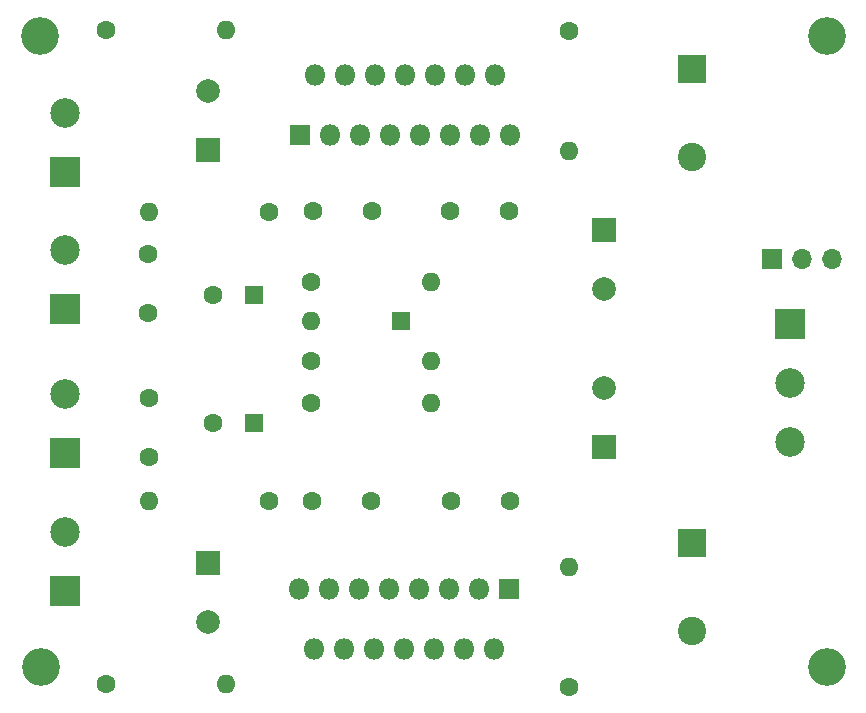
<source format=gbr>
G04 #@! TF.GenerationSoftware,KiCad,Pcbnew,(5.1.9-0-10_14)*
G04 #@! TF.CreationDate,2021-01-01T19:24:52-08:00*
G04 #@! TF.ProjectId,PedalBoardAmpSt,50656461-6c42-46f6-9172-64416d705374,rev?*
G04 #@! TF.SameCoordinates,Original*
G04 #@! TF.FileFunction,Soldermask,Top*
G04 #@! TF.FilePolarity,Negative*
%FSLAX46Y46*%
G04 Gerber Fmt 4.6, Leading zero omitted, Abs format (unit mm)*
G04 Created by KiCad (PCBNEW (5.1.9-0-10_14)) date 2021-01-01 19:24:52*
%MOMM*%
%LPD*%
G01*
G04 APERTURE LIST*
%ADD10O,1.700000X1.700000*%
%ADD11R,1.700000X1.700000*%
%ADD12C,2.500000*%
%ADD13R,2.500000X2.500000*%
%ADD14C,2.000000*%
%ADD15R,2.000000X2.000000*%
%ADD16C,1.600000*%
%ADD17R,1.600000X1.600000*%
%ADD18C,3.200000*%
%ADD19O,1.600000X1.600000*%
%ADD20O,1.800000X1.800000*%
%ADD21R,1.800000X1.800000*%
%ADD22C,2.400000*%
%ADD23R,2.400000X2.400000*%
G04 APERTURE END LIST*
D10*
X182245000Y-63500000D03*
X179705000Y-63500000D03*
D11*
X177165000Y-63500000D03*
D12*
X178689000Y-78961000D03*
X178689000Y-73961000D03*
D13*
X178689000Y-68961000D03*
D12*
X117348000Y-86567000D03*
D13*
X117348000Y-91567000D03*
D12*
X117348000Y-74883000D03*
D13*
X117348000Y-79883000D03*
D12*
X117348000Y-51134000D03*
D13*
X117348000Y-56134000D03*
D12*
X117348000Y-62691000D03*
D13*
X117348000Y-67691000D03*
D14*
X129413000Y-94234000D03*
D15*
X129413000Y-89234000D03*
D14*
X129476500Y-49292500D03*
D15*
X129476500Y-54292500D03*
D16*
X129850000Y-66548000D03*
D17*
X133350000Y-66548000D03*
D16*
X129850000Y-77343000D03*
D17*
X133350000Y-77343000D03*
D14*
X162941000Y-66023500D03*
D15*
X162941000Y-61023500D03*
D18*
X115316000Y-98044000D03*
X181864000Y-44577000D03*
X181864000Y-98044000D03*
X115189000Y-44577000D03*
D14*
X162941000Y-74375000D03*
D15*
X162941000Y-79375000D03*
D19*
X148336000Y-75692000D03*
D16*
X138176000Y-75692000D03*
X149987000Y-83947000D03*
X154987000Y-83947000D03*
D20*
X137156500Y-91443500D03*
X138426500Y-96523500D03*
X139696500Y-91443500D03*
X140966500Y-96523500D03*
X142236500Y-91443500D03*
X143506500Y-96523500D03*
X144776500Y-91443500D03*
X146046500Y-96523500D03*
X147316500Y-91443500D03*
X148586500Y-96523500D03*
X149856500Y-91443500D03*
X151126500Y-96523500D03*
X152396500Y-91443500D03*
X153666500Y-96523500D03*
D21*
X154936500Y-91443500D03*
D19*
X130937000Y-99441000D03*
D16*
X120777000Y-99441000D03*
D19*
X124460000Y-83947000D03*
D16*
X134620000Y-83947000D03*
D19*
X160020000Y-89535000D03*
D16*
X160020000Y-99695000D03*
X138256000Y-84010500D03*
X143256000Y-84010500D03*
X124460000Y-75264000D03*
X124460000Y-80264000D03*
D20*
X154990000Y-53000000D03*
X153720000Y-47920000D03*
X152450000Y-53000000D03*
X151180000Y-47920000D03*
X149910000Y-53000000D03*
X148640000Y-47920000D03*
X147370000Y-53000000D03*
X146100000Y-47920000D03*
X144830000Y-53000000D03*
X143560000Y-47920000D03*
X142290000Y-53000000D03*
X141020000Y-47920000D03*
X139750000Y-53000000D03*
X138480000Y-47920000D03*
D21*
X137210000Y-53000000D03*
D19*
X130937000Y-44069000D03*
D16*
X120777000Y-44069000D03*
D19*
X148336000Y-65405000D03*
D16*
X138176000Y-65405000D03*
D19*
X148336000Y-72136000D03*
D16*
X138176000Y-72136000D03*
D19*
X124460000Y-59499500D03*
D16*
X134620000Y-59499500D03*
D19*
X160020000Y-54356000D03*
D16*
X160020000Y-44196000D03*
D19*
X138176000Y-68770500D03*
D17*
X145796000Y-68770500D03*
D22*
X170434000Y-54871000D03*
D23*
X170434000Y-47371000D03*
D16*
X149940000Y-59436000D03*
X154940000Y-59436000D03*
D22*
X170434000Y-95003000D03*
D23*
X170434000Y-87503000D03*
D16*
X138303000Y-59436000D03*
X143303000Y-59436000D03*
X124396500Y-68055500D03*
X124396500Y-63055500D03*
M02*

</source>
